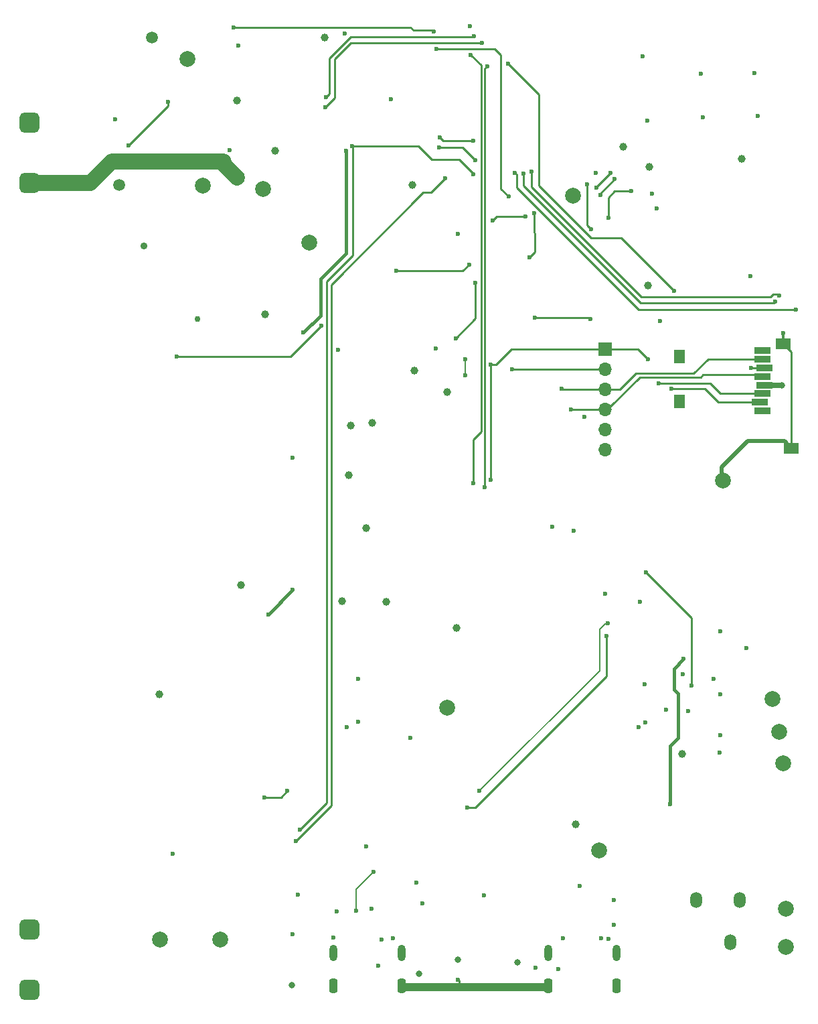
<source format=gbr>
%TF.GenerationSoftware,KiCad,Pcbnew,8.0.4*%
%TF.CreationDate,2025-02-20T16:09:48-05:00*%
%TF.ProjectId,Radiation2,52616469-6174-4696-9f6e-322e6b696361,rev?*%
%TF.SameCoordinates,Original*%
%TF.FileFunction,Copper,L4,Bot*%
%TF.FilePolarity,Positive*%
%FSLAX46Y46*%
G04 Gerber Fmt 4.6, Leading zero omitted, Abs format (unit mm)*
G04 Created by KiCad (PCBNEW 8.0.4) date 2025-02-20 16:09:48*
%MOMM*%
%LPD*%
G01*
G04 APERTURE LIST*
G04 Aperture macros list*
%AMRoundRect*
0 Rectangle with rounded corners*
0 $1 Rounding radius*
0 $2 $3 $4 $5 $6 $7 $8 $9 X,Y pos of 4 corners*
0 Add a 4 corners polygon primitive as box body*
4,1,4,$2,$3,$4,$5,$6,$7,$8,$9,$2,$3,0*
0 Add four circle primitives for the rounded corners*
1,1,$1+$1,$2,$3*
1,1,$1+$1,$4,$5*
1,1,$1+$1,$6,$7*
1,1,$1+$1,$8,$9*
0 Add four rect primitives between the rounded corners*
20,1,$1+$1,$2,$3,$4,$5,0*
20,1,$1+$1,$4,$5,$6,$7,0*
20,1,$1+$1,$6,$7,$8,$9,0*
20,1,$1+$1,$8,$9,$2,$3,0*%
G04 Aperture macros list end*
%TA.AperFunction,ComponentPad*%
%ADD10RoundRect,0.635000X-0.635000X-0.635000X0.635000X-0.635000X0.635000X0.635000X-0.635000X0.635000X0*%
%TD*%
%TA.AperFunction,ComponentPad*%
%ADD11RoundRect,0.635000X0.635000X0.635000X-0.635000X0.635000X-0.635000X-0.635000X0.635000X-0.635000X0*%
%TD*%
%TA.AperFunction,ComponentPad*%
%ADD12C,2.000000*%
%TD*%
%TA.AperFunction,ComponentPad*%
%ADD13O,1.498600X2.006600*%
%TD*%
%TA.AperFunction,ComponentPad*%
%ADD14O,1.000000X2.100000*%
%TD*%
%TA.AperFunction,ComponentPad*%
%ADD15RoundRect,0.250000X-0.250000X-0.650000X0.250000X-0.650000X0.250000X0.650000X-0.250000X0.650000X0*%
%TD*%
%TA.AperFunction,ComponentPad*%
%ADD16R,1.700000X1.700000*%
%TD*%
%TA.AperFunction,ComponentPad*%
%ADD17O,1.700000X1.700000*%
%TD*%
%TA.AperFunction,SMDPad,CuDef*%
%ADD18R,1.397000X1.803400*%
%TD*%
%TA.AperFunction,SMDPad,CuDef*%
%ADD19R,1.905000X1.397000*%
%TD*%
%TA.AperFunction,SMDPad,CuDef*%
%ADD20R,2.006600X0.812800*%
%TD*%
%TA.AperFunction,ViaPad*%
%ADD21C,1.000000*%
%TD*%
%TA.AperFunction,ViaPad*%
%ADD22C,0.600000*%
%TD*%
%TA.AperFunction,ViaPad*%
%ADD23C,0.800000*%
%TD*%
%TA.AperFunction,ViaPad*%
%ADD24C,0.889000*%
%TD*%
%TA.AperFunction,ViaPad*%
%ADD25C,1.500000*%
%TD*%
%TA.AperFunction,ViaPad*%
%ADD26C,0.762000*%
%TD*%
%TA.AperFunction,Conductor*%
%ADD27C,2.000000*%
%TD*%
%TA.AperFunction,Conductor*%
%ADD28C,0.254000*%
%TD*%
%TA.AperFunction,Conductor*%
%ADD29C,0.500000*%
%TD*%
%TA.AperFunction,Conductor*%
%ADD30C,0.400000*%
%TD*%
%TA.AperFunction,Conductor*%
%ADD31C,0.300000*%
%TD*%
%TA.AperFunction,Conductor*%
%ADD32C,1.016000*%
%TD*%
%TA.AperFunction,Conductor*%
%ADD33C,0.200000*%
%TD*%
%TA.AperFunction,Conductor*%
%ADD34C,0.700000*%
%TD*%
G04 APERTURE END LIST*
D10*
%TO.P,F1,1,1*%
%TO.N,/Power2/ANODE*%
X40700000Y-184477500D03*
X40700000Y-176857500D03*
D11*
%TO.P,F1,2,2*%
%TO.N,/Power2/CATHODE*%
X40695000Y-82582500D03*
X40695000Y-74962500D03*
%TD*%
D12*
%TO.P,VBUS1,1,1*%
%TO.N,VBUS*%
X76100000Y-90100000D03*
%TD*%
%TO.P,OUTL1,1,1*%
%TO.N,/Audio2/OUTL*%
X136400000Y-179100000D03*
%TD*%
%TO.P,GND1,1,1*%
%TO.N,GND*%
X112700000Y-166900000D03*
%TD*%
%TO.P,5V1,1,1*%
%TO.N,+5V*%
X93500000Y-148900000D03*
%TD*%
%TO.P,LRCK1,1,1*%
%TO.N,/I2S_LRCK*%
X134700000Y-147800000D03*
%TD*%
%TO.P,DRAIN1,1,1*%
%TO.N,Net-(JP1-A)*%
X60700000Y-66900000D03*
%TD*%
D13*
%TO.P,J3,1,1*%
%TO.N,AGND*%
X129300124Y-178500000D03*
%TO.P,J3,2,2*%
%TO.N,/Audio2/OUTL*%
X125049942Y-173199998D03*
%TO.P,J3,3,3*%
%TO.N,/Audio2/OUTR*%
X130549941Y-173199998D03*
%TD*%
D12*
%TO.P,OUTR1,1,1*%
%TO.N,/Audio2/OUTR*%
X136400000Y-174300000D03*
%TD*%
%TO.P,HIV-1,1,1*%
%TO.N,/Power2/CATHODE*%
X66900000Y-81900000D03*
%TD*%
%TO.P,DOUT1,1,1*%
%TO.N,/I2S_DOUT*%
X135500000Y-151900000D03*
%TD*%
D14*
%TO.P,J2,SH1,SHELL_GND*%
%TO.N,/MCU2/SHELL_GND*%
X79102500Y-179820000D03*
%TO.P,J2,SH2,SHELL_GND*%
X87742500Y-179820000D03*
D15*
%TO.P,J2,SH3,SHELL_GND*%
X79102500Y-184000000D03*
%TO.P,J2,SH4,SHELL_GND*%
X87742500Y-184000000D03*
%TD*%
D12*
%TO.P,BCK1,1,1*%
%TO.N,/I2S_BCK*%
X136000000Y-155900000D03*
%TD*%
%TO.P,STG1,1,1*%
%TO.N,Net-(D1-A)*%
X70200000Y-83300000D03*
%TD*%
D14*
%TO.P,J1,SH1,SHELL_GND*%
%TO.N,/MCU2/SHELL_GND*%
X106280000Y-179820000D03*
%TO.P,J1,SH2,SHELL_GND*%
X114920000Y-179820000D03*
D15*
%TO.P,J1,SH3,SHELL_GND*%
X106280000Y-184000000D03*
%TO.P,J1,SH4,SHELL_GND*%
X114920000Y-184000000D03*
%TD*%
D12*
%TO.P,PWM1,1,1*%
%TO.N,Net-(Q1-G)*%
X109400000Y-84200000D03*
%TD*%
%TO.P,GND2,1,1*%
%TO.N,GND*%
X128400000Y-120200000D03*
%TD*%
D16*
%TO.P,J5,1,Pin_1*%
%TO.N,/CS*%
X113500000Y-103560000D03*
D17*
%TO.P,J5,2,Pin_2*%
%TO.N,/MOSI*%
X113500000Y-106100000D03*
%TO.P,J5,3,Pin_3*%
%TO.N,/MISO*%
X113500000Y-108640000D03*
%TO.P,J5,4,Pin_4*%
%TO.N,/SCK*%
X113500000Y-111180000D03*
%TO.P,J5,5,Pin_5*%
%TO.N,+3.3V*%
X113500000Y-113720000D03*
%TO.P,J5,6,Pin_6*%
%TO.N,GND*%
X113500000Y-116260000D03*
%TD*%
D12*
%TO.P,HIV+1,1,1*%
%TO.N,Net-(D1-K)*%
X62600000Y-82900000D03*
%TD*%
%TO.P,LS1,N*%
%TO.N,Net-(Q4-C)*%
X64800000Y-178200000D03*
%TO.P,LS1,P*%
%TO.N,+3.3V*%
X57200000Y-178200000D03*
%TD*%
D18*
%TO.P,J4,9,CARD_DETECT*%
%TO.N,unconnected-(J4-CARD_DETECT-Pad9)*%
X122878399Y-104509999D03*
%TO.P,J4,10,CARD_DETECT*%
%TO.N,unconnected-(J4-CARD_DETECT-Pad10)*%
X122878399Y-110210000D03*
D19*
%TO.P,J4,11,GROUND*%
%TO.N,GND*%
X136028401Y-102909999D03*
%TO.P,J4,12,GROUND*%
X137028401Y-116060001D03*
D20*
%TO.P,J4,P1,DAT2*%
%TO.N,unconnected-(J4-DAT2-PadP1)*%
X133428401Y-111400000D03*
%TO.P,J4,P2,DAT3/CS*%
%TO.N,/CS*%
X133028402Y-110299926D03*
%TO.P,J4,P3,CMD/MOSI*%
%TO.N,/MOSI*%
X133428401Y-109200000D03*
%TO.P,J4,P4,VDD*%
%TO.N,+3.3V*%
X133628401Y-108099999D03*
%TO.P,J4,P5,SCLK*%
%TO.N,/SCK*%
X133428401Y-106999999D03*
%TO.P,J4,P6,VSS*%
%TO.N,GND*%
X133628401Y-105899999D03*
%TO.P,J4,P7,DAT0/MISO*%
%TO.N,/MISO*%
X133428401Y-104799998D03*
%TO.P,J4,P8,DAT1*%
%TO.N,unconnected-(J4-DAT1-PadP8)*%
X133428401Y-103699998D03*
%TD*%
D21*
%TO.N,+3.3V*%
X80200000Y-135400000D03*
X85800000Y-135500000D03*
%TO.N,VBUS*%
X66900000Y-72200000D03*
D22*
%TO.N,+3.3V*%
X98200000Y-172600000D03*
%TO.N,GND*%
X51500000Y-74500000D03*
X131900000Y-94300000D03*
%TO.N,Net-(Q1-G)*%
X58200000Y-72300000D03*
D23*
%TO.N,VBUS*%
X73900000Y-183900000D03*
D22*
%TO.N,/RAD_IN*%
X104600000Y-99600000D03*
X111600000Y-99800000D03*
X92100000Y-103500000D03*
X111700000Y-88400000D03*
X111200000Y-82700000D03*
%TO.N,/GPIO16*%
X78100000Y-73000000D03*
%TO.N,GND*%
X66000000Y-78400000D03*
D21*
%TO.N,+3.3V*%
X81300000Y-113200000D03*
X93500000Y-109000000D03*
D22*
%TO.N,Net-(C30-Pad2)*%
X77600000Y-100600000D03*
X59300000Y-104500000D03*
D21*
%TO.N,VBUS*%
X57100000Y-147200000D03*
D22*
%TO.N,GND*%
X106800000Y-126000000D03*
%TO.N,+3.3V*%
X109500000Y-126500000D03*
%TO.N,GND*%
X79750000Y-103650000D03*
D21*
X81100000Y-119500000D03*
X89400000Y-106300000D03*
X84000000Y-112900000D03*
%TO.N,VBUS*%
X70500000Y-99200000D03*
D22*
%TO.N,GND*%
X125600000Y-68800000D03*
D21*
X130800000Y-79500000D03*
D22*
X79100000Y-177900000D03*
X82250000Y-145250000D03*
D23*
X90000000Y-182500000D03*
D22*
X89600000Y-171000000D03*
X80600000Y-63700000D03*
D23*
X94900000Y-180700000D03*
D22*
X113900000Y-178100000D03*
X96400000Y-62800000D03*
X74600000Y-172500000D03*
X136028401Y-101500000D03*
X86622500Y-178000000D03*
%TO.N,Net-(Q1-G)*%
X53200000Y-77800000D03*
%TO.N,GND*%
X58800000Y-167300000D03*
X132800000Y-74100000D03*
X83922500Y-174300000D03*
D21*
X94698100Y-138800000D03*
D22*
X120400000Y-100000000D03*
X118200000Y-66600000D03*
X110300000Y-171400000D03*
X131928401Y-105900000D03*
X73922500Y-177500000D03*
X118800000Y-74700000D03*
X94850000Y-89000000D03*
D23*
X102400000Y-181000000D03*
D22*
X82250000Y-150650000D03*
X67100000Y-65200000D03*
X132400000Y-68700000D03*
X86400000Y-71970000D03*
X83300000Y-166400000D03*
X113500000Y-134500000D03*
X125900000Y-74300000D03*
%TO.N,+5V*%
X80800000Y-151300000D03*
X120000000Y-85800000D03*
X88900000Y-152700000D03*
%TO.N,/MCU2/SHELL_GND*%
X94900000Y-183200000D03*
%TO.N,/Audio2/OUTL*%
X121700000Y-161100000D03*
X123400000Y-142725000D03*
D24*
%TO.N,Net-(D1-A)*%
X55200000Y-90500000D03*
D21*
X67400000Y-133400000D03*
D22*
%TO.N,/MCU2/RX_LED*%
X113800000Y-138200000D03*
X97600000Y-159400000D03*
%TO.N,Net-(Q1-G)*%
X66500000Y-62900000D03*
X101300000Y-84300000D03*
X91800000Y-63400000D03*
X92200000Y-65600000D03*
%TO.N,/MOSI*%
X120300000Y-107900000D03*
X101700000Y-106100000D03*
%TO.N,/I2S_LRCK*%
X103200000Y-81400000D03*
X135000000Y-97600000D03*
%TO.N,/I2S_DOUT*%
X135500000Y-96800000D03*
X104200000Y-81100000D03*
%TO.N,/I2S_BCK*%
X102100000Y-81300000D03*
X137600000Y-98600000D03*
%TO.N,/MUTE*%
X118700000Y-131800000D03*
X124400000Y-146100000D03*
%TO.N,/MCU2/TX_LED*%
X113700000Y-139800000D03*
X96100000Y-161500000D03*
%TO.N,/MISO*%
X108000000Y-108600000D03*
%TO.N,/CS*%
X118900000Y-104800000D03*
X121900000Y-108600000D03*
X99000000Y-105500000D03*
X99000000Y-120100000D03*
%TO.N,Net-(Q3-G)*%
X73300000Y-159400000D03*
X70400000Y-160200000D03*
%TO.N,/EN*%
X114700000Y-82100000D03*
X81500000Y-77900000D03*
X96800000Y-81500000D03*
X74900000Y-164300000D03*
X112900000Y-84100000D03*
%TO.N,/GPIO16*%
X97900000Y-64900000D03*
%TO.N,/RAD_IN2*%
X78200000Y-71700000D03*
X96900000Y-64000000D03*
%TO.N,/BEEP*%
X75350000Y-101450000D03*
X80700000Y-78500000D03*
X74000000Y-117300000D03*
X74000000Y-134000000D03*
X70900000Y-137100000D03*
%TO.N,/SCK*%
X109200000Y-111180000D03*
%TO.N,Net-(J1-CC2)*%
X104700000Y-181700000D03*
X107600000Y-181900000D03*
%TO.N,Net-(J2-CC2)*%
X85222500Y-178200000D03*
X79522500Y-174600000D03*
%TO.N,Net-(U4-IO35)*%
X97100000Y-79700000D03*
X110850000Y-112150000D03*
X92500000Y-78100000D03*
%TO.N,Net-(U4-IO36)*%
X92600000Y-76800000D03*
X96800000Y-77200000D03*
D21*
%TO.N,+3.3V*%
X109800000Y-163600000D03*
D22*
X123300000Y-144600000D03*
D21*
X123200000Y-154700000D03*
X89100000Y-82800000D03*
X71800000Y-78500000D03*
D23*
X135828401Y-108100000D03*
D21*
X118900000Y-95500000D03*
X78000000Y-64200000D03*
D22*
X124000000Y-149300000D03*
X121200000Y-149100000D03*
X112300000Y-81300000D03*
%TO.N,/USB_D+*%
X95800000Y-106900000D03*
X114600000Y-173200000D03*
X114600000Y-176300000D03*
X95800000Y-104800000D03*
%TO.N,/GPIO0*%
X93300000Y-82000000D03*
X113900000Y-87000000D03*
X74400000Y-165700000D03*
X99300000Y-87300000D03*
X116800000Y-83600000D03*
X103400000Y-86800000D03*
%TO.N,VBUS*%
X84800000Y-181500000D03*
D21*
X115800000Y-78000000D03*
X119075000Y-80525000D03*
D22*
X108200000Y-178000000D03*
X113000000Y-178000000D03*
D21*
X83298100Y-126200000D03*
D22*
X90400000Y-173600000D03*
%TO.N,/GPIO46*%
X97100000Y-95200000D03*
X103900000Y-92000000D03*
X112400000Y-83200000D03*
X94600000Y-102200000D03*
X114200000Y-81300000D03*
X104500000Y-86400000D03*
%TO.N,Net-(U5-3V3OUT)*%
X82001765Y-174520735D03*
X84200000Y-169600000D03*
%TO.N,AGND*%
X117700000Y-151300000D03*
X128100000Y-152300000D03*
X131362500Y-141325000D03*
X128000000Y-154500000D03*
X117900000Y-135500000D03*
X128100000Y-147200000D03*
X118500000Y-145900000D03*
X118600000Y-150700000D03*
X128062500Y-139225000D03*
X127200000Y-145200000D03*
%TO.N,/MCU2/TX*%
X96500000Y-66400000D03*
X96800000Y-120500000D03*
%TO.N,/MCU2/RX*%
X98600000Y-67800000D03*
X98300000Y-121000000D03*
D25*
%TO.N,Net-(C1-Pad1)*%
X56200000Y-64200000D03*
D26*
X61900000Y-99800000D03*
D25*
X52000000Y-82800000D03*
D22*
%TO.N,/BLINK*%
X122200000Y-96200000D03*
X101200000Y-67500000D03*
%TO.N,/BAT_SENSE*%
X87100000Y-93700000D03*
X119400000Y-83900000D03*
X96300000Y-92900000D03*
%TD*%
D27*
%TO.N,/Power2/CATHODE*%
X40695000Y-82582500D02*
X48417500Y-82582500D01*
X65200000Y-80200000D02*
X66900000Y-81900000D01*
X48417500Y-82582500D02*
X51100000Y-79900000D01*
X51100000Y-79900000D02*
X65200000Y-79900000D01*
X65200000Y-79900000D02*
X65200000Y-80200000D01*
D28*
%TO.N,Net-(Q1-G)*%
X58200000Y-72300000D02*
X58200000Y-72800000D01*
X58200000Y-72800000D02*
X53200000Y-77800000D01*
%TO.N,/RAD_IN*%
X104600000Y-99600000D02*
X111400000Y-99600000D01*
X111400000Y-99600000D02*
X111600000Y-99800000D01*
X111200000Y-87900000D02*
X111200000Y-82700000D01*
X111700000Y-88400000D02*
X111200000Y-87900000D01*
%TO.N,/GPIO0*%
X113900000Y-87000000D02*
X113900000Y-84400000D01*
X113900000Y-84400000D02*
X114700000Y-83600000D01*
X114700000Y-83600000D02*
X116800000Y-83600000D01*
X103400000Y-86800000D02*
X99800000Y-86800000D01*
X99800000Y-86800000D02*
X99300000Y-87300000D01*
%TO.N,/GPIO16*%
X97900000Y-64900000D02*
X81300000Y-64900000D01*
X81300000Y-64900000D02*
X79300000Y-66900000D01*
X79300000Y-66900000D02*
X79300000Y-71800000D01*
X79300000Y-71800000D02*
X78100000Y-73000000D01*
%TO.N,/RAD_IN2*%
X78200000Y-71700000D02*
X78600000Y-71300000D01*
X78600000Y-71300000D02*
X78600000Y-66800000D01*
X78600000Y-66800000D02*
X81300000Y-64100000D01*
X96800000Y-64100000D02*
X96900000Y-64000000D01*
X81300000Y-64100000D02*
X96800000Y-64100000D01*
%TO.N,Net-(C30-Pad2)*%
X73700000Y-104500000D02*
X77600000Y-100600000D01*
X59300000Y-104500000D02*
X73700000Y-104500000D01*
D29*
%TO.N,GND*%
X137028401Y-116060001D02*
X136168400Y-115200000D01*
X136168400Y-115200000D02*
X131500000Y-115200000D01*
X131500000Y-115200000D02*
X128200000Y-118500000D01*
X128200000Y-118500000D02*
X128200000Y-120600000D01*
D30*
%TO.N,/BEEP*%
X77500000Y-94700000D02*
X80700000Y-91500000D01*
X80700000Y-91500000D02*
X80700000Y-78500000D01*
X75350000Y-101450000D02*
X77500000Y-99300000D01*
X77500000Y-99300000D02*
X77500000Y-94700000D01*
D28*
%TO.N,/CS*%
X99000000Y-105500000D02*
X99000000Y-120100000D01*
%TO.N,/MCU2/RX*%
X98600000Y-67800000D02*
X98300000Y-68100000D01*
X98300000Y-68100000D02*
X98300000Y-121000000D01*
%TO.N,/MCU2/TX*%
X96500000Y-66400000D02*
X97800000Y-67700000D01*
X97800000Y-67700000D02*
X97800000Y-114000000D01*
X97800000Y-114000000D02*
X96800000Y-115000000D01*
X96800000Y-115000000D02*
X96800000Y-120500000D01*
%TO.N,GND*%
X137028401Y-103909999D02*
X137028401Y-116060001D01*
X132028402Y-105899999D02*
X132028401Y-105900000D01*
X133628401Y-105899999D02*
X132028402Y-105899999D01*
D31*
X136028401Y-102909999D02*
X136028401Y-101500000D01*
D28*
X132028401Y-105900000D02*
X131928401Y-105900000D01*
X136198400Y-102740000D02*
X136028401Y-102909999D01*
X136028401Y-102909999D02*
X137028401Y-103909999D01*
X131928401Y-105900000D02*
X131928401Y-106000000D01*
X131928401Y-106000000D02*
X132028401Y-105900000D01*
%TO.N,/MCU2/SHELL_GND*%
X94900000Y-183200000D02*
X95000000Y-183300000D01*
D32*
X87742500Y-184200000D02*
X95000000Y-184200000D01*
X106180000Y-184200000D02*
X106280000Y-184100000D01*
D28*
X95000000Y-183300000D02*
X95000000Y-184200000D01*
D32*
X95000000Y-184200000D02*
X106180000Y-184200000D01*
D30*
%TO.N,/Audio2/OUTL*%
X123400000Y-142725000D02*
X122200000Y-143925000D01*
X122700000Y-147100000D02*
X122700000Y-152700000D01*
X122200000Y-146600000D02*
X122700000Y-147100000D01*
X122200000Y-143925000D02*
X122200000Y-146600000D01*
X122700000Y-152700000D02*
X121700000Y-153700000D01*
X121700000Y-153700000D02*
X121700000Y-161100000D01*
D33*
%TO.N,/MCU2/RX_LED*%
X112800000Y-144200000D02*
X112800000Y-139000000D01*
X112800000Y-139000000D02*
X113600000Y-138200000D01*
X97600000Y-159400000D02*
X112800000Y-144200000D01*
X113600000Y-138200000D02*
X113800000Y-138200000D01*
D28*
%TO.N,Net-(Q1-G)*%
X100300000Y-83300000D02*
X100300000Y-66400000D01*
X91800000Y-63400000D02*
X91700000Y-63300000D01*
X91700000Y-63300000D02*
X89300000Y-63300000D01*
X100300000Y-66400000D02*
X99500000Y-65600000D01*
X89300000Y-63300000D02*
X88900000Y-62900000D01*
X101300000Y-84300000D02*
X100300000Y-83300000D01*
X99500000Y-65600000D02*
X92200000Y-65600000D01*
X88900000Y-62900000D02*
X66500000Y-62900000D01*
%TO.N,/MOSI*%
X126800000Y-107900000D02*
X128100000Y-109200000D01*
X101700000Y-106100000D02*
X113500000Y-106100000D01*
X120300000Y-107900000D02*
X126800000Y-107900000D01*
X128100000Y-109200000D02*
X133428401Y-109200000D01*
%TO.N,/I2S_LRCK*%
X103200000Y-81400000D02*
X103200000Y-82900000D01*
X118000000Y-97700000D02*
X134900000Y-97700000D01*
X134900000Y-97700000D02*
X135000000Y-97600000D01*
X103200000Y-82900000D02*
X118000000Y-97700000D01*
%TO.N,/I2S_DOUT*%
X118100000Y-97000000D02*
X134400000Y-97000000D01*
X104200000Y-83100000D02*
X118100000Y-97000000D01*
X134400000Y-97000000D02*
X134750000Y-96650000D01*
X104200000Y-81100000D02*
X104200000Y-83100000D01*
X135350000Y-96650000D02*
X135500000Y-96800000D01*
X134750000Y-96650000D02*
X135350000Y-96650000D01*
%TO.N,/I2S_BCK*%
X102300000Y-81500000D02*
X102300000Y-83200000D01*
X102100000Y-81300000D02*
X102300000Y-81500000D01*
X117700000Y-98600000D02*
X137600000Y-98600000D01*
X102300000Y-83200000D02*
X117700000Y-98600000D01*
%TO.N,/MUTE*%
X124400000Y-137500000D02*
X124400000Y-146100000D01*
X118700000Y-131800000D02*
X124400000Y-137500000D01*
%TO.N,/MCU2/TX_LED*%
X97100000Y-161500000D02*
X113700000Y-144900000D01*
X96100000Y-161500000D02*
X97100000Y-161500000D01*
X113700000Y-144900000D02*
X113700000Y-139800000D01*
%TO.N,/MISO*%
X113500000Y-108640000D02*
X108040000Y-108640000D01*
X133428401Y-104799998D02*
X126500002Y-104799998D01*
X108040000Y-108640000D02*
X108000000Y-108600000D01*
X124700000Y-106600000D02*
X117380000Y-106600000D01*
X126500002Y-104799998D02*
X124700000Y-106600000D01*
X117380000Y-106600000D02*
X115340000Y-108640000D01*
X115340000Y-108640000D02*
X113500000Y-108640000D01*
%TO.N,/CS*%
X99700000Y-105500000D02*
X101640000Y-103560000D01*
X113500000Y-103560000D02*
X117660000Y-103560000D01*
X133028402Y-110299926D02*
X127799926Y-110299926D01*
X126100000Y-108600000D02*
X121900000Y-108600000D01*
X101640000Y-103560000D02*
X113500000Y-103560000D01*
X117660000Y-103560000D02*
X118900000Y-104800000D01*
X121900000Y-108600000D02*
X121800000Y-108500000D01*
X127799926Y-110299926D02*
X126100000Y-108600000D01*
X99000000Y-105500000D02*
X99700000Y-105500000D01*
%TO.N,Net-(Q3-G)*%
X70400000Y-160200000D02*
X72500000Y-160200000D01*
X72500000Y-160200000D02*
X73300000Y-159400000D01*
%TO.N,/EN*%
X81500000Y-77900000D02*
X89900000Y-77900000D01*
X81600000Y-91700000D02*
X81600000Y-78000000D01*
X74900000Y-164300000D02*
X78300000Y-160900000D01*
X96800000Y-81500000D02*
X96900000Y-81500000D01*
X95000000Y-79600000D02*
X96800000Y-81400000D01*
X96800000Y-81400000D02*
X96800000Y-81500000D01*
X112700000Y-84100000D02*
X114700000Y-82100000D01*
X74800000Y-164400000D02*
X74900000Y-164300000D01*
X78300000Y-95000000D02*
X81600000Y-91700000D01*
X91600000Y-79600000D02*
X95000000Y-79600000D01*
X96900000Y-81500000D02*
X96800000Y-81400000D01*
X81600000Y-78000000D02*
X81500000Y-77900000D01*
X89900000Y-77900000D02*
X91600000Y-79600000D01*
X78300000Y-160900000D02*
X78300000Y-95000000D01*
D30*
%TO.N,/BEEP*%
X74000000Y-134000000D02*
X70900000Y-137100000D01*
D28*
%TO.N,/SCK*%
X117900000Y-107100000D02*
X114200000Y-110800000D01*
X113880000Y-110800000D02*
X113500000Y-111180000D01*
X114200000Y-110800000D02*
X113880000Y-110800000D01*
X109200000Y-111180000D02*
X109120000Y-111100000D01*
X125600000Y-107100000D02*
X117900000Y-107100000D01*
X133228402Y-106800000D02*
X125900000Y-106800000D01*
X113500000Y-111180000D02*
X109200000Y-111180000D01*
X133428401Y-106999999D02*
X133228402Y-106800000D01*
X125900000Y-106800000D02*
X125600000Y-107100000D01*
%TO.N,Net-(U4-IO35)*%
X110850000Y-112150000D02*
X110900000Y-112200000D01*
X92500000Y-78100000D02*
X95500000Y-78100000D01*
X95500000Y-78100000D02*
X97100000Y-79700000D01*
%TO.N,Net-(U4-IO36)*%
X93000000Y-77200000D02*
X92600000Y-76800000D01*
X96800000Y-77200000D02*
X93000000Y-77200000D01*
D34*
%TO.N,+3.3V*%
X135828400Y-108099999D02*
X135828401Y-108100000D01*
X133628401Y-108099999D02*
X135828400Y-108099999D01*
D33*
%TO.N,/USB_D+*%
X95800000Y-106900000D02*
X95800000Y-104800000D01*
D28*
%TO.N,/GPIO0*%
X78900000Y-161200000D02*
X74400000Y-165700000D01*
X91500000Y-83800000D02*
X90500000Y-83800000D01*
X93300000Y-82000000D02*
X91500000Y-83800000D01*
X78900000Y-95400000D02*
X78900000Y-161200000D01*
X90500000Y-83800000D02*
X78900000Y-95400000D01*
%TO.N,/GPIO46*%
X97100000Y-99700000D02*
X97100000Y-95200000D01*
X112400000Y-83200000D02*
X112300000Y-83200000D01*
X114200000Y-81300000D02*
X112400000Y-83100000D01*
X94600000Y-102200000D02*
X97100000Y-99700000D01*
X104600000Y-91300000D02*
X104500000Y-86400000D01*
X104500000Y-86400000D02*
X104600000Y-86300000D01*
X112400000Y-83100000D02*
X112400000Y-83200000D01*
X103900000Y-92000000D02*
X104600000Y-91300000D01*
X112300000Y-83200000D02*
X112400000Y-83100000D01*
D33*
%TO.N,Net-(U5-3V3OUT)*%
X82001765Y-171798235D02*
X82001765Y-174520735D01*
X84200000Y-169600000D02*
X82001765Y-171798235D01*
D28*
%TO.N,/BLINK*%
X105100000Y-71400000D02*
X101200000Y-67500000D01*
X115500000Y-89500000D02*
X111700000Y-89500000D01*
X122200000Y-96200000D02*
X115500000Y-89500000D01*
X105100000Y-82900000D02*
X105100000Y-71400000D01*
X111700000Y-89500000D02*
X105100000Y-82900000D01*
%TO.N,/BAT_SENSE*%
X95500000Y-93700000D02*
X96300000Y-92900000D01*
X87100000Y-93700000D02*
X95500000Y-93700000D01*
%TD*%
M02*

</source>
